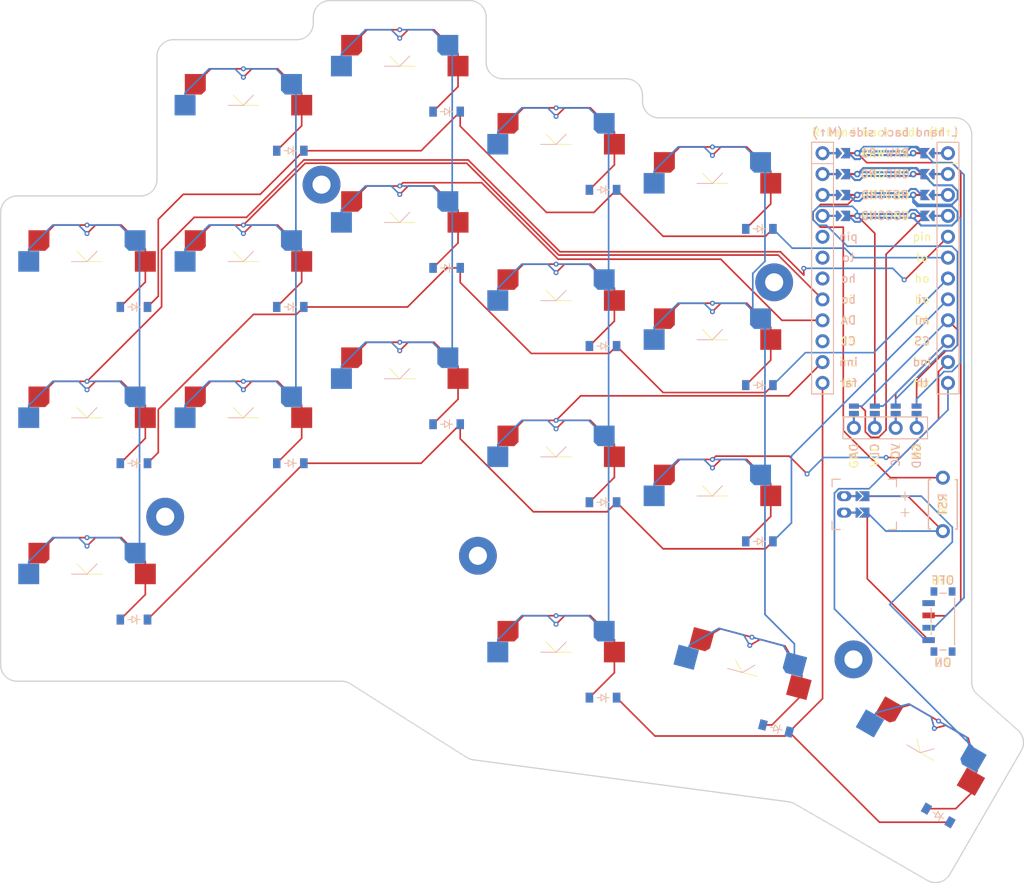
<source format=kicad_pcb>
(kicad_pcb (version 20241229) (generator "pcbnew") (generator_version "9.0")
  (layers (0 "F.Cu" signal) (2 "B.Cu" signal) (13 "F.Paste" user) (15 "B.Paste" user) (5 "F.SilkS" user "F.Silkscreen") (7 "B.SilkS" user "B.Silkscreen") (1 "F.Mask" user) (3 "B.Mask" user) (25 "Edge.Cuts" user))
  (net 0 "")
  (net 1 "pin_bo")
  (net 2 "pin")
  (net 3 "GND")
  (net 4 "pin_ho")
  (net 5 "pin_to")
  (net 6 "ri_bo")
  (net 7 "ri")
  (net 8 "ri_ho")
  (net 9 "ri_to")
  (net 10 "mi_bo")
  (net 11 "mi")
  (net 12 "mi_ho")
  (net 13 "mi_to")
  (net 14 "ind_bo")
  (net 15 "ind")
  (net 16 "ind_ho")
  (net 17 "ind_to")
  (net 18 "inn_bo")
  (net 19 "inn")
  (net 20 "inn_ho")
  (net 21 "inn_to")
  (net 22 "ind_th")
  (net 23 "inn_th")
  (net 24 "far_th")
  (net 25 "far")
  (net 26 "bo")
  (net 27 "ho")
  (net 28 "to")
  (net 29 "th")
  (net 30 "DA")
  (net 31 "CL")
  (net 32 "VCC")
  (net 33 "DISP1_1")
  (net 34 "DISP1_2")
  (net 35 "DISP1_3")
  (net 36 "DISP1_4")
  (net 37 "RAW")
  (net 38 "RST")
  (net 39 "P21")
  (net 40 "P20")
  (net 41 "P19")
  (net 42 "CS")
  (net 43 "P1")
  (net 44 "P0")
  (net 45 "MCU1_24")
  (net 46 "MCU1_1")
  (net 47 "MCU1_23")
  (net 48 "MCU1_2")
  (net 49 "MCU1_22")
  (net 50 "MCU1_3")
  (net 51 "MCU1_21")
  (net 52 "MCU1_4")
  (net 53 "BAT_P")
  (net 54 "JST1_1")
  (net 55 "JST1_2")
  (footprint "ceoloide:diode_tht_sod123" (layer "F.Cu") (at 138.4 77.15 180)
    (property "Reference" "D8" (hide yes))
    (property "Value" "")
  )
  (footprint "ceoloide:diode_tht_sod123" (layer "F.Cu") (at 119.4 81.9 180)
    (property "Reference" "D5" (hide yes))
    (property "Value" "")
  )
  (footprint "ceoloide:diode_tht_sod123" (layer "F.Cu") (at 198.136345 143.723076 150)
    (property "Reference" "D18" (hide yes))
    (property "Value" "")
  )
  (footprint "ceoloide:diode_tht_sod123" (layer "F.Cu") (at 157.4 86.65 180)
    (property "Reference" "D11" (hide yes))
    (property "Value" "")
  )
  (footprint "ceoloide:mounting_hole_npth" (layer "F.Cu") (at 142.2 112.15)
    (property "Reference" "MH5" (hide yes))
    (property "Value" "")
  )
  (footprint "ceoloide:diode_tht_sod123" (layer "F.Cu") (at 176.4 110.4 180)
    (property "Reference" "D13" (hide yes))
    (property "Value" "")
  )
  (footprint "ceoloide:diode_tht_sod123" (layer "F.Cu") (at 138.4 58.15 180)
    (property "Reference" "D9" (hide yes))
    (property "Value" "")
  )
  (footprint "ceoloide:diode_tht_sod123" (layer "F.Cu") (at 157.4 67.65 180)
    (property "Reference" "D12" (hide yes))
    (property "Value" "")
  )
  (footprint "ceoloide:mounting_hole_npth" (layer "F.Cu") (at 123.2 67.025)
    (property "Reference" "MH2" (hide yes))
    (property "Value" "")
  )
  (footprint "ceoloide:battery_connector_jst_ph_2" (layer "F.Cu") (at 186.7 105.9 90)
    (property "Reference" "JST1" (hide yes))
    (property "Value" "")
  )
  (footprint "ceoloide:mounting_hole_npth" (layer "F.Cu") (at 104.2 107.4)
    (property "Reference" "MH1" (hide yes))
    (property "Value" "")
  )
  (footprint "ceoloide:diode_tht_sod123" (layer "F.Cu") (at 157.4 129.4 180)
    (property "Reference" "D16" (hide yes))
    (property "Value" "")
  )
  (footprint "ceoloide:diode_tht_sod123" (layer "F.Cu") (at 119.4 62.9 180)
    (property "Reference" "D6" (hide yes))
    (property "Value" "")
  )
  (footprint "ceoloide:mcu_supermini_nrf52840" (layer "F.Cu") (at 191.7 75.9)
    (property "Reference" "MCU1" (hide yes))
    (property "Value" "")
  )
  (footprint "ceoloide:diode_tht_sod123" (layer "F.Cu") (at 100.4 81.9 180)
    (property "Reference" "D3" (hide yes))
    (property "Value" "")
  )
  (footprint "ceoloide:reset_switch_tht_top" (layer "F.Cu") (at 198.7 105.9 90)
    (property "Reference" "RST1" (hide yes))
    (property "Value" "")
  )
  (footprint "ceoloide:diode_tht_sod123" (layer "F.Cu") (at 176.4 72.4 180)
    (property "Reference" "D15" (hide yes))
    (property "Value" "")
  )
  (footprint "ceoloide:diode_tht_sod123" (layer "F.Cu") (at 100.4 119.9 180)
    (property "Reference" "D1" (hide yes))
    (property "Value" "")
  )
  (footprint "ceoloide:diode_tht_sod123" (layer "F.Cu") (at 178.42932 133.148046 165)
    (property "Reference" "D17" (hide yes))
    (property "Value" "")
  )
  (footprint "ceoloide:diode_tht_sod123" (layer "F.Cu") (at 100.4 100.9 180)
    (property "Reference" "D2" (hide yes))
    (property "Value" "")
  )
  (footprint "ceoloide:diode_tht_sod123" (layer "F.Cu") (at 119.4 100.9 180)
    (property "Reference" "D4" (hide yes))
    (property "Value" "")
  )
  (footprint "ceoloide:display_ssd1306" (layer "F.Cu") (at 191.7 79.9)
    (property "Reference" "DISP1" (hide yes))
    (property "Value" "")
  )
  (footprint "ceoloide:power_switch_smd_side" (layer "F.Cu") (at 198.7 120.15)
    (property "Reference" "PWR1" (hide yes))
    (property "Value" "")
  )
  (footprint "ceoloide:diode_tht_sod123" (layer "F.Cu") (at 157.4 105.65 180)
    (property "Reference" "D10" (hide yes))
    (property "Value" "")
  )
  (footprint "ceoloide:mounting_hole_npth" (layer "F.Cu") (at 187.835493 124.748144 -22.5)
    (property "Reference" "MH3" (hide yes))
    (property "Value" "")
  )
  (footprint "ceoloide:mounting_hole_npth" (layer "F.Cu") (at 178.2 78.9)
    (property "Reference" "MH4" (hide yes))
    (property "Value" "")
  )
  (footprint "ceoloide:diode_tht_sod123" (layer "F.Cu") (at 176.4 91.4 180)
    (property "Reference" "D14" (hide yes))
    (property "Value" "")
  )
  (footprint "ceoloide:diode_tht_sod123" (layer "F.Cu") (at 138.4 96.15 180)
    (property "Reference" "D7" (hide yes))
    (property "Value" "")
  )
  (footprint "ceoloide:switch_mx" (layer "B.Cu") (at 113.7 97.9)
    (property "Reference" "S4" (hide yes))
    (property "Value" "")
  )
  (footprint "ceoloide:switch_mx" (layer "B.Cu") (at 132.7 74.15)
    (property "Reference" "S8" (hide yes))
    (property "Value" "")
  )
  (footprint "ceoloide:switch_mx" (layer "B.Cu") (at 94.7 97.9)
    (property "Reference" "S2" (hide yes))
    (property "Value" "")
  )
  (footprint "ceoloide:switch_mx" (layer "B.Cu") (at 94.7 78.9)
    (property "Reference" "S3" (hide yes))
    (property "Value" "")
  )
  (footprint "ceoloide:switch_mx" (layer "B.Cu") (at 94.7 116.9)
    (property "Reference" "S1" (hide yes))
    (property "Value" "")
  )
  (footprint "ceoloide:switch_mx" (layer "B.Cu") (at 151.7 64.65)
    (property "Reference" "S12" (hide yes))
    (property "Value" "")
  )
  (footprint "ceoloide:switch_mx" (layer "B.Cu") (at 151.7 102.65)
    (property "Reference" "S10" (hide yes))
    (property "Value" "")
  )
  (footprint "ceoloide:switch_mx" (layer "B.Cu") (at 170.7 69.4)
    (property "Reference" "S15" (hide yes))
    (property "Value" "")
  )
  (footprint "ceoloide:switch_mx" (layer "B.Cu") (at 170.7 88.4)
    (property "Reference" "S14" (hide yes))
    (property "Value" "")
  )
  (footprint "ceoloide:switch_mx" (layer "B.Cu") (at 151.7 83.65)
    (property "Reference" "S11" (hide yes))
    (property "Value" "")
  )
  (footprint "ceoloide:switch_mx" (layer "B.Cu") (at 132.7 55.15)
    (property "Reference" "S9" (hide yes))
    (property "Value" "")
  )
  (footprint "ceoloide:switch_mx" (layer "B.Cu") (at 132.7 93.15)
    (property "Reference" "S7" (hide yes))
    (property "Value" "")
  )
  (footprint "ceoloide:switch_mx" (layer "B.Cu") (at 113.7 78.9)
    (property "Reference" "S5" (hide yes))
    (property "Value" "")
  )
  (footprint "ceoloide:switch_mx" (layer "B.Cu") (at 113.7 59.9)
    (property "Reference" "S6" (hide yes))
    (property "Value" "")
  )
  (footprint "ceoloide:switch_mx" (layer "B.Cu") (at 173.7 128.775 -15)
    (property "Reference" "S17" (hide yes))
    (property "Value" "")
  )
  (footprint "ceoloide:switch_mx" (layer "B.Cu") (at 151.7 126.4)
    (property "Reference" "S16" (hide yes))
    (property "Value" "")
  )
  (footprint "ceoloide:switch_mx" (layer "B.Cu") (at 170.7 107.4)
    (property "Reference" "S13" (hide yes))
    (property "Value" "")
  )
  (footprint "ceoloide:switch_mx" (layer "B.Cu") (at 194.7 138.275 -30)
    (property "Reference" "S18" (hide yes))
    (property "Value" "")
  )
  (gr_line (start 101.2 68.4) (end 86.2 68.4) (stroke (width 0.15)) (layer "Edge.Cuts"))
  (gr_line (start 86.2 127.4) (end 125.619941 127.4) (stroke (width 0.15)) (layer "Edge.Cuts"))
  (gr_line (start 143.2 52.15) (end 143.2 46.65) (stroke (width 0.15)) (layer "Edge.Cuts"))
  (gr_arc (start 84.2 70.4) (mid 84.785786 68.985786) (end 86.2 68.4) (stroke (width 0.15)) (layer "Edge.Cuts"))
  (gr_arc (start 141.2 44.65) (mid 142.614214 45.235786) (end 143.2 46.65) (stroke (width 0.15)) (layer "Edge.Cuts"))
  (gr_line (start 141.2 44.65) (end 124.2 44.65) (stroke (width 0.15)) (layer "Edge.Cuts"))
  (gr_arc (start 145.2 54.15) (mid 143.785786 53.564214) (end 143.2 52.15) (stroke (width 0.15)) (layer "Edge.Cuts"))
  (gr_line (start 126.690045 127.710362) (end 140.82918 136.665147) (stroke (width 0.15)) (layer "Edge.Cuts"))
  (gr_arc (start 103.2 51.4) (mid 103.785786 49.985786) (end 105.2 49.4) (stroke (width 0.15)) (layer "Edge.Cuts"))
  (gr_line (start 141.635088 136.957982) (end 179.964029 142.065932) (stroke (width 0.15)) (layer "Edge.Cuts"))
  (gr_arc (start 160.2 54.15) (mid 161.614214 54.735786) (end 162.2 56.15) (stroke (width 0.15)) (layer "Edge.Cuts"))
  (gr_arc (start 164.2 58.9) (mid 162.785786 58.314214) (end 162.2 56.9) (stroke (width 0.15)) (layer "Edge.Cuts"))
  (gr_line (start 180.699832 142.316355) (end 196.811216 151.618267) (stroke (width 0.15)) (layer "Edge.Cuts"))
  (gr_arc (start 200.2 58.9) (mid 201.614214 59.485786) (end 202.2 60.9) (stroke (width 0.15)) (layer "Edge.Cuts"))
  (gr_line (start 84.2 70.4) (end 84.2 125.4) (stroke (width 0.15)) (layer "Edge.Cuts"))
  (gr_line (start 200.2 58.9) (end 164.2 58.9) (stroke (width 0.15)) (layer "Edge.Cuts"))
  (gr_arc (start 207.815077 133.349193) (mid 208.46633 134.526251) (end 208.224679 135.849569) (stroke (width 0.15)) (layer "Edge.Cuts"))
  (gr_arc (start 86.2 127.4) (mid 84.785786 126.814214) (end 84.2 125.4) (stroke (width 0.15)) (layer "Edge.Cuts"))
  (gr_arc (start 122.2 47.4) (mid 121.614214 48.814214) (end 120.2 49.4) (stroke (width 0.15)) (layer "Edge.Cuts"))
  (gr_line (start 207.815077 133.349193) (end 202.877551 128.997201) (stroke (width 0.15)) (layer "Edge.Cuts"))
  (gr_line (start 103.2 51.4) (end 103.2 66.4) (stroke (width 0.15)) (layer "Edge.Cuts"))
  (gr_arc (start 202.877551 128.997201) (mid 202.377233 128.319961) (end 202.2 127.496825) (stroke (width 0.15)) (layer "Edge.Cuts"))
  (gr_arc (start 179.964029 142.065932) (mid 180.34421 142.155061) (end 180.699832 142.316355) (stroke (width 0.15)) (layer "Edge.Cuts"))
  (gr_line (start 162.2 56.9) (end 162.2 56.15) (stroke (width 0.15)) (layer "Edge.Cuts"))
  (gr_arc (start 103.2 66.4) (mid 102.614214 67.814214) (end 101.2 68.4) (stroke (width 0.15)) (layer "Edge.Cuts"))
  (gr_line (start 202.2 127.496825) (end 202.2 60.9) (stroke (width 0.15)) (layer "Edge.Cuts"))
  (gr_line (start 120.2 49.4) (end 105.2 49.4) (stroke (width 0.15)) (layer "Edge.Cuts"))
  (gr_line (start 160.2 54.15) (end 145.2 54.15) (stroke (width 0.15)) (layer "Edge.Cuts"))
  (gr_line (start 122.2 46.65) (end 122.2 47.4) (stroke (width 0.15)) (layer "Edge.Cuts"))
  (gr_arc (start 122.2 46.65) (mid 122.785786 45.235786) (end 124.2 44.65) (stroke (width 0.15)) (layer "Edge.Cuts"))
  (gr_arc (start 141.635088 136.957982) (mid 141.216257 136.855259) (end 140.82918 136.665147) (stroke (width 0.15)) (layer "Edge.Cuts"))
  (gr_arc (start 125.619941 127.4) (mid 126.177038 127.479167) (end 126.690045 127.710362) (stroke (width 0.15)) (layer "Edge.Cuts"))
  (gr_arc (start 199.543267 150.886216) (mid 198.328852 151.818071) (end 196.811216 151.618267) (stroke (width 0.15)) (layer "Edge.Cuts"))
  (gr_line (start 199.543267 150.886216) (end 208.224679 135.849569) (stroke (width 0.15)) (layer "Edge.Cuts"))
  (segment (start 98.866 109.941) (end 101.785 112.86) (width 0.2) (layer "F.Cu") (net 1))
  (segment (start 101.785 116.865) (end 101.785 114.36) (width 0.2) (layer "F.Cu") (net 1))
  (segment (start 98.75 119.9) (end 101.785 116.865) (width 0.2) (layer "F.Cu") (net 1))
  (segment (start 101.785 112.86) (end 101.785 114.36) (width 0.2) (layer "F.Cu") (net 1))
  (segment (start 94.7 110.97) (end 95.729 109.941) (width 0.2) (layer "F.Cu") (net 1))
  (segment (start 95.729 109.941) (end 98.866 109.941) (width 0.2) (layer "F.Cu") (net 1))
  (via (at 94.7 110.97) (size 0.6) (drill 0.3) (layers "F.Cu" "B.Cu") (net 1))
  (segment (start 93.671 109.941) (end 94.7 110.97) (width 0.2) (layer "B.Cu") (net 1))
  (segment (start 87.615 114.36) (end 87.615 112.86) (width 0.2) (layer "B.Cu") (net 1))
  (segment (start 87.615 112.86) (end 90.534 109.941) (width 0.2) (layer "B.Cu") (net 1))
  (segment (start 90.534 109.941) (end 93.671 109.941) (width 0.2) (layer "B.Cu") (net 1))
  (segment (start 152.179121 75.185978) (end 141.016143 64.023) (width 0.2) (layer "F.Cu") (net 2))
  (segment (start 88.858 92.82) (end 90.737 90.941) (width 0.2) (layer "F.Cu") (net 2))
  (segment (start 114.0739 71) (end 107.727322 71) (width 0.2) (layer "F.Cu") (net 2))
  (segment (start 88.858 73.82) (end 90.737 71.941) (width 0.2) (layer "F.Cu") (net 2))
  (segment (start 199.32 73.36) (end 194.08 78.6) (width 0.2) (layer "F.Cu") (net 2))
  (segment (start 107.727322 71) (end 103.762 74.965322) (width 0.2) (layer "F.Cu") (net 2))
  (segment (start 194.08 78.6) (end 194 78.6) (width 0.2) (layer "F.Cu") (net 2))
  (segment (start 90.737 71.941) (end 94.7 71.941) (width 0.2) (layer "F.Cu") (net 2))
  (segment (start 90.737 90.941) (end 94.7 90.941) (width 0.2) (layer "F.Cu") (net 2))
  (segment (start 90.737 109.941) (end 94.7 109.941) (width 0.2) (layer "F.Cu") (net 2))
  (segment (start 121.0509 64.023) (end 114.0739 71) (width 0.2) (layer "F.Cu") (net 2))
  (segment (start 103.762 74.965322) (end 103.762 81.879) (width 0.2) (layer "F.Cu") (net 2))
  (segment (start 178.960218 75.185978) (end 152.179121 75.185978) (width 0.2) (layer "F.Cu") (net 2))
  (segment (start 88.858 111.82) (end 90.737 109.941) (width 0.2) (layer "F.Cu") (net 2))
  (segment (start 181.8 77.2) (end 181.8 78.02576) (width 0.2) (layer "F.Cu") (net 2))
  (segment (start 103.762 81.879) (end 94.7 90.941) (width 0.2) (layer "F.Cu") (net 2))
  (segment (start 181.8 78.02576) (end 178.960218 75.185978) (width 0.2) (layer "F.Cu") (net 2))
  (segment (start 141.016143 64.023) (end 121.0509 64.023) (width 0.2) (layer "F.Cu") (net 2))
  (via (at 181.8 77.2) (size 0.6) (drill 0.3) (layers "F.Cu" "B.Cu") (net 2))
  (via (at 194 78.6) (size 0.6) (drill 0.3) (layers "F.Cu" "B.Cu") (net 2))
  (via (at 94.7 90.941) (size 0.6) (drill 0.3) (layers "F.Cu" "B.Cu") (net 2))
  (via (at 94.7 109.941) (size 0.6) (drill 0.3) (layers "F.Cu" "B.Cu") (net 2))
  (via (at 94.7 71.941) (size 0.6) (drill 0.3) (layers "F.Cu" "B.Cu") (net 2))
  (segment (start 100.542 73.82) (end 101.081 74.359) (width 0.2) (layer "B.Cu") (net 2))
  (segment (start 101.081 92.281) (end 100.542 92.82) (width 0.2) (layer "B.Cu") (net 2))
  (segment (start 101.081 93.359) (end 101.081 111.281) (width 0.2) (layer "B.Cu") (net 2))
  (segment (start 98.663 71.941) (end 100.542 73.82) (width 0.2) (layer "B.Cu") (net 2))
  (segment (start 101.081 74.359) (end 101.081 92.281) (width 0.2) (layer "B.Cu") (net 2))
  (segment (start 101.081 111.281) (end 100.542 111.82) (width 0.2) (layer "B.Cu") (net 2))
  (segment (start 98.663 109.941) (end 100.542 111.82) (width 0.2) (layer "B.Cu") (net 2))
  (segment (start 100.542 92.82) (end 101.081 93.359) (width 0.2) (layer "B.Cu") (net 2))
  (segment (start 192.6 77.2) (end 181.8 77.2) (width 0.2) (layer "B.Cu") (net 2))
  (segment (start 194 78.6) (end 192.6 77.2) (width 0.2) (layer "B.Cu") (net 2))
  (segment (start 94.7 90.941) (end 98.663 90.9405) (width 0.2) (layer "B.Cu") (net 2))
  (segment (start 98.663 90.941) (end 100.542 92.82) (width 0.2) (layer "B.Cu") (net 2))
  (segment (start 94.7 71.941) (end 98.663 71.9405) (width 0.2) (layer "B.Cu") (net 2))
  (segment (start 94.7 109.941) (end 98.663 109.9405) (width 0.2) (layer "B.Cu") (net 2))
  (segment (start 188.69 93.95) (end 189.279 94.539) (width 0.2) (layer "F.Cu") (net 3))
  (segment (start 196.475 70.82) (end 195.1 70.82) (width 0.25) (layer "F.Cu") (net 3))
  (segment (start 191.8 75.495) (end 196.475 70.82) (width 0.2) (layer "F.Cu") (net 3))
  (segment (start 189.95324 97.751) (end 190.90676 97.751) (width 0.2) (layer "F.Cu") (net 3))
  (segment (start 189.279 97.07676) (end 189.95324 97.751) (width 0.2) (layer "F.Cu") (net 3))
  (segment (start 187.89 93.95) (end 188.69 93.95) (width 0.2) (layer "F.Cu") (net 3))
  (segment (start 186.925 65.74) (end 188.3 65.74) (width 0.25) (layer "F.Cu") (net 3))
  (segment (start 198.7 109.15) (end 194.45 104.9) (width 0.2) (layer "F.Cu") (net 3))
  (segment (start 194.45 104.9) (end 189.516 104.9) (width 0.2) (layer "F.Cu") (net 3))
  (segment (start 196.475 68.28) (end 195.1 68.28) (width 0.25) (layer "F.Cu") (net 3))
  (segment (start 189.279 94.539) (end 189.279 97.07676) (width 0.2) (layer "F.Cu") (net 3))
  (segment (start 190.90676 97.751) (end 191.8 96.85776) (width 0.2) (layer "F.Cu") (net 3))
  (segment (start 191.8 96.85776) (end 191.8 75.495) (width 0.2) (layer "F.Cu") (net 3))
  (segment (start 189.516 106.9) (end 191.766 109.15) (width 0.2) (layer "B.Cu") (net 3))
  (segment (start 186.925 68.28) (end 187.274695 68.28) (width 0.25) (layer "B.Cu") (net 3))
  (segment (start 195.527106 65.014) (end 197.617106 67.104) (width 0.25) (layer "B.Cu") (net 3))
  (segment (start 187.274695 68.28) (end 187.999695 69.005) (width 0.25) (layer "B.Cu") (net 3))
  (segment (start 195.1 71.038106) (end 195.1 70.82) (width 0.25) (layer "B.Cu") (net 3))
  (segment (start 189.095305 68.51) (end 194.87 68.51) (width 0.25) (layer "B.Cu") (net 3))
  (segment (start 200.496 67.792884) (end 200.496 68.767116) (width 0.25) (layer "B.Cu") (net 3))
  (segment (start 195.400305 65.015) (end 194.799695 65.015) (width 0.25) (layer "B.Cu") (net 3))
  (segment (start 200.496 71.307116) (end 199.803116 72) (width 0.25) (layer "B.Cu") (net 3))
  (segment (start 196.061894 72) (end 195.1 71.038106) (width 0.25) (layer "B.Cu") (net 3))
  (segment (start 195.1 68.28) (end 195.1 69.156886) (width 0.25) (layer "B.Cu") (net 3))
  (segment (start 188.3 65.74) (end 189.026 65.014) (width 0.25) (layer "B.Cu") (net 3))
  (segment (start 195.1 68.845685) (end 195.1 68.28) (width 0.25) (layer "B.Cu") (net 3))
  (segment (start 191.766 109.15) (end 198.7 109.15) (width 0.2) (layer "B.Cu") (net 3))
  (segment (start 195.51 93.08424) (end 198.84324 89.751) (width 0.2) (layer "B.Cu") (net 3))
  (segment (start 188.600305 69.005) (end 189.095305 68.51) (width 0.25) (layer "B.Cu") (net 3))
  (segment (start 187.274695 70.82) (end 187.999695 71.545) (width 0.25) (layer "B.Cu") (net 3))
  (segment (start 196.475 65.74) (end 196.125305 65.74) (width 0.25) (layer "B.Cu") (net 3))
  (segment (start 189.095305 71.05) (end 194.87 71.05) (width 0.25) (layer "B.Cu") (net 3))
  (segment (start 189.026 65.014) (end 195.527106 65.014) (width 0.25) (layer "B.Cu") (net 3))
  (segment (start 200.496 70.332884) (end 200.496 70.8) (width 0.25) (layer "B.Cu") (net 3))
  (segment (start 200.496 70.8) (end 200.496 71.307116) (width 0.25) (layer "B.Cu") (net 3))
  (segment (start 187.999695 69.005) (end 188.600305 69.005) (width 0.25) (layer "B.Cu") (net 3))
  (segment (start 188.600305 71.545) (end 189.095305 71.05) (width 0.25) (layer "B.Cu") (net 3))
  (segment (start 194.294695 65.52) (end 188.52 65.52) (width 0.25) (layer "B.Cu") (net 3))
  (segment (start 199.79676 89.751) (end 200.872 88.67576) (width 0.2) (layer "B.Cu") (net 3))
  (segment (start 200.496 68.767116) (end 199.807116 69.456) (width 0.25) (layer "B.Cu") (net 3))
  (segment (start 198.84324 89.751) (end 199.79676 89.751) (width 0.2) (layer "B.Cu") (net 3))
  (segment (start 196.125305 65.74) (end 195.400305 65.015) (width 0.25) (layer "B.Cu") (net 3))
  (segment (start 199.807116 69.456) (end 195.710315 69.456) (width 0.25) (layer "B.Cu") (net 3))
  (segment (start 194.799695 65.015) (end 194.294695 65.52) (width 0.25) (layer "B.Cu") (net 3))
  (segment (start 197.617106 67.104) (end 199.807116 67.104) (width 0.25) (layer "B.Cu") (net 3))
  (segment (start 195.587114 69.644) (end 199.807116 69.644) (width 0.25) (layer "B.Cu") (net 3))
  (segment (start 195.1 69.156886) (end 195.587114 69.644) (width 0.25) (layer "B.Cu") (net 3))
  (segment (start 199.807116 67.104) (end 200.496 67.792884) (width 0.25) (layer "B.Cu") (net 3))
  (segment (start 187.999695 71.545) (end 188.600305 71.545) (width 0.25) (layer "B.Cu") (net 3))
  (segment (start 199.807116 69.644) (end 200.496 70.332884) (width 0.25) (layer "B.Cu") (net 3))
  (segment (start 200.872 88.67576) (end 200.872 71.176) (width 0.2) (layer "B.Cu") (net 3))
  (segment (start 199.803116 72) (end 196.061894 72) (width 0.25) (layer "B.Cu") (net 3))
  (segment (start 186.925 70.82) (end 187.274695 70.82) (width 0.25) (layer "B.Cu") (net 3))
  (segment (start 200.872 71.176) (end 200.496 70.8) (width 0.2) (layer "B.Cu") (net 3))
  (segment (start 195.51 93.95) (end 195.51 93.08424) (width 0.2) (layer "B.Cu") (net 3))
  (segment (start 195.710315 69.456) (end 195.1 68.845685) (width 0.25) (layer "B.Cu") (net 3))
  (segment (start 101.785 93.86) (end 101.785 95.36) (width 0.2) (layer "F.Cu") (net 4))
  (segment (start 98.866 90.941) (end 101.785 93.86) (width 0.2) (layer "F.Cu") (net 4))
  (segment (start 98.75 100.9) (end 101.785 97.865) (width 0.2) (layer "F.Cu") (net 4))
  (segment (start 101.785 97.865) (end 101.785 95.36) (width 0.2) (layer "F.Cu") (net 4))
  (segment (start 94.7 91.97) (end 95.729 90.941) (width 0.2) (layer "F.Cu") (net 4))
  (segment (start 95.729 90.941) (end 98.866 90.941) (width 0.2) (layer "F.Cu") (net 4))
  (via (at 94.7 91.97) (size 0.6) (drill 0.3) (layers "F.Cu" "B.Cu") (net 4))
  (segment (start 87.615 93.86) (end 90.534 90.941) (width 0.2) (layer "B.Cu") (net 4))
  (segment (start 93.671 90.941) (end 94.7 91.97) (width 0.2) (layer "B.Cu") (net 4))
  (segment (start 87.615 95.36) (end 87.615 93.86) (width 0.2) (layer "B.Cu") (net 4))
  (segment (start 90.534 90.941) (end 93.671 90.941) (width 0.2) (layer "B.Cu") (net 4))
  (segment (start 98.75 81.9) (end 101.785 78.865) (width 0.2) (layer "F.Cu") (net 5))
  (segment (start 94.7 72.97) (end 95.729 71.941) (width 0.2) (layer "F.Cu") (net 5))
  (segment (start 101.785 74.86) (end 101.785 76.36) (width 0.2) (layer "F.Cu") (net 5))
  (segment (start 101.785 78.865) (end 101.785 76.36) (width 0.2) (layer "F.Cu") (net 5))
  (segment (start 95.729 71.941) (end 98.866 71.941) (width 0.2) (layer "F.Cu") (net 5))
  (segment (start 98.866 71.941) (end 101.785 74.86) (width 0.2) (layer "F.Cu") (net 5))
  (via (at 94.7 72.97) (size 0.6) (drill 0.3) (layers "F.Cu" "B.Cu") (net 5))
  (segment (start 90.534 71.941) (end 93.671 71.941) (width 0.2) (layer "B.Cu") (net 5))
  (segment (start 87.615 76.36) (end 87.615 74.86) (width 0.2) (layer "B.Cu") (net 5))
  (segment (start 93.671 71.941) (end 94.7 72.97) (width 0.2) (layer "B.Cu") (net 5))
  (segment (start 87.615 74.86) (end 90.534 71.941) (width 0.2) (layer "B.Cu") (net 5))
  (segment (start 114.729 90.941) (end 117.866 90.941) (width 0.2) (layer "F.Cu") (net 6))
  (segment (start 120.785 93.86) (end 120.785 95.36) (width 0.2) (layer "F.Cu") (net 6))
  (segment (start 113.7 91.97) (end 114.729 90.941) (width 0.2) (layer "F.Cu") (net 6))
  (segment (start 117.866 90.941) (end 120.785 93.86) (width 0.2) (layer "F.Cu") (net 6))
  (segment (start 120.785 97.865) (end 120.785 95.36) (width 0.2) (layer "F.Cu") (net 6))
  (segment (start 117.75 100.9) (end 120.785 97.865) (width 0.2) (layer "F.Cu") (net 6))
  (via (at 113.7 91.97) (size 0.6) (drill 0.3) (layers "F.Cu" "B.Cu") (net 6))
  (segment (start 106.615 93.86) (end 109.534 90.941) (width 0.2) (layer "B.Cu") (net 6))
  (segment (start 106.615 95.36) (end 106.615 93.86) (width 0.2) (layer "B.Cu") (net 6))
  (segment (start 112.671 90.941) (end 113.7 91.97) (width 0.2) (layer "B.Cu") (net 6))
  (segment (start 109.534 90.941) (end 112.671 90.941) (width 0.2) (layer "B.Cu") (net 6))
  (segment (start 184.08 80.98) (end 178.686978 75.586978) (width 0.2) (layer "F.Cu") (net 7))
  (segment (start 152.013021 75.586978) (end 140.850043 64.424) (width 0.2) (layer "F.Cu") (net 7))
  (segment (start 109.737 71.941) (end 113.7 71.941) (width 0.2) (layer "F.Cu") (net 7))
  (segment (start 107.858 92.82) (end 109.737 90.941) (width 0.2) (layer "F.Cu") (net 7))
  (segment (start 109.737 52.941) (end 113.7 52.941) (width 0.2) (layer "F.Cu") (net 7))
  (segment (start 121.217 64.424) (end 113.7 71.941) (width 0.2) (layer "F.Cu") (net 7))
  (segment (start 107.858 54.82) (end 109.737 52.941) (width 0.2) (layer "F.Cu") (net 7))
  (segment (start 109.737 90.941) (end 113.7 90.941) (width 0.2) (layer "F.Cu") (net 7))
  (segment (start 107.858 73.82) (end 109.737 71.941) (width 0.2) (layer "F.Cu") (net 7))
  (segment (start 178.686978 75.586978) (end 152.013021 75.586978) (width 0.2) (layer "F.Cu") (net 7))
  (segment (start 140.850043 64.424) (end 121.217 64.424) (width 0.2) (layer "F.Cu") (net 7))
  (via (at 113.7 71.941) (size 0.6) (drill 0.3) (layers "F.Cu" "B.Cu") (net 7))
  (via (at 113.7 52.941) (size 0.6) (drill 0.3) (layers "F.Cu" "B.Cu") (net 7))
  (via (at 113.7 90.941) (size 0.6) (drill 0.3) (layers "F.Cu" "B.Cu") (net 7))
  (segment (start 117.663 90.941) (end 119.542 92.82) (width 0.2) (layer "B.Cu") (net 7))
  (segment (start 113.7 71.941) (end 117.663 71.9405) (width 0.2) (layer "B.Cu") (net 7))
  (segment (start 113.7 90.941) (end 117.663 90.9405) (width 0.2) (layer "B.Cu") (net 7))
  (segment (start 120.081 74.359) (end 119.542 73.82) (width 0.2) (layer "B.Cu") (net 7))
  (segment (start 117.663 71.941) (end 119.542 73.82) (width 0.2) (layer "B.Cu") (net 7))
  (segment (start 119.542 73.82) (end 120.081 73.281) (width 0.2) (layer "B.Cu") (net 7))
  (segment (start 120.081 73.281) (end 120.081 55.359) (width 0.2) (layer "B.Cu") (net 7))
  (segment (start 119.542 92.82) (end 120.081 92.281) (width 0.2) (layer "B.Cu") (net 7))
  (segment (start 113.7 52.941) (end 117.663 52.9405) (width 0.2) (layer "B.Cu") (net 7))
  (segment (start 120.081 55.359) (end 119.542 54.82) (width 0.2) (layer "B.Cu") (net 7))
  (segment (start 120.081 92.281) (end 120.081 74.359) (width 0.2) (layer "B.Cu") (net 7))
  (segment (start 117.663 52.941) (end 119.542 54.82) (width 0.2) (layer "B.Cu") (net 7))
  (segment (start 120.785 78.865) (end 120.785 76.36) (width 0.2) (layer "F.Cu") (net 8))
  (segment (start 120.785 74.86) (end 120.785 76.36) (width 0.2) (layer "F.Cu") (net 8))
  (segment (start 114.729 71.941) (end 117.866 71.941) (width 0.2) (layer "F.Cu") (net 8))
  (segment (start 117.75 81.9) (end 120.785 78.865) (width 0.2) (layer "F.Cu") (net 8))
  (segment (start 113.7 72.97) (end 114.729 71.941) (width 0.2) (layer "F.Cu") (net 8))
  (segment (start 117.866 71.941) (end 120.785 74.86) (width 0.2) (layer "F.Cu") (net 8))
  (via (at 113.7 72.97) (size 0.6) (drill 0.3) (layers "F.Cu" "B.Cu") (net 8))
  (segment (start 109.534 71.941) (end 112.671 71.941) (width 0.2) (layer "B.Cu") (net 8))
  (segment (start 106.615 74.86) (end 109.534 71.941) (width 0.2) (layer "B.Cu") (net 8))
  (segment (start 106.615 76.36) (end 106.615 74.86) (width 0.2) (layer "B.Cu") (net 8))
  (segment (start 112.671 71.941) (end 113.7 72.97) (width 0.2) (layer "B.Cu") (net 8))
  (segment (start 120.785 55.86) (end 120.785 57.36) (width 0.2) (layer "F.Cu") (net 9))
  (segment (start 114.729 52.941) (end 117.866 52.941) (width 0.2) (layer "F.Cu") (net 9))
  (segment (start 120.785 59.865) (end 120.785 57.36) (width 0.2) (layer "F.Cu") (net 9))
  (segment (start 113.7 53.97) (end 114.729 52.941) (width 0.2) (layer "F.Cu") (net 9))
  (segment (start 117.75 62.9) (end 120.785 59.865) (width 0.2) (layer "F.Cu") (net 9))
  (segment (start 117.866 52.941) (end 120.785 55.86) (width 0.2) (layer "F.Cu") (net 9))
  (via (at 113.7 53.97) (size 0.6) (drill 0.3) (layers "F.Cu" "B.Cu") (net 9))
  (segment (start 109.534 52.941) (end 112.671 52.941) (width 0.2) (layer "B.Cu") (net 9))
  (segment (start 106.615 55.86) (end 109.534 52.941) (width 0.2) (layer "B.Cu") (net 9))
  (segment (start 112.671 52.941) (end 113.7 53.97) (width 0.2) (layer "B.Cu") (net 9))
  (segment (start 106.615 57.36) (end 106.615 55.86) (width 0.2) (layer "B.Cu") (net 9))
  (segment (start 139.785 89.11) (end 139.785 90.61) (width 0.2) (layer "F.Cu") (net 10))
  (segment (start 136.866 86.191) (end 139.785 89.11) (width 0.2) (layer "F.Cu") (net 10))
  (segment (start 132.7 87.22) (end 133.729 86.191) (width 0.2) (layer "F.Cu") (net 10))
  (segment (start 139.785 93.115) (end 139.785 90.61) (width 0.2) (layer "F.Cu") (net 10))
  (segment (start 133.729 86.191) (end 136.866 86.191) (width 0.2) (layer "F.Cu") (net 10))
  (segment (start 136.75 96.15) (end 139.785 93.115) (width 0.2) (layer "F.Cu") (net 10))
  (via (at 132.7 87.22) (size 0.6) (drill 0.3) (layers "F.Cu" "B.Cu") (net 10))
  (segment (start 131.671 86.191) (end 132.7 87.22) (width 0.2) (layer "B.Cu") (net 10))
  (segment (start 128.534 86.191) (end 131.671 86.191) (width 0.2) (layer "B.Cu") (net 10))
  (segment (start 125.615 89.11) (end 128.534 86.191) (width 0.2) (layer "B.Cu") (net 10))
  (segment (start 125.615 90.61) (end 125.615 89.11) (width 0.2) (layer "B.Cu") (net 10))
  (segment (start 133.101 66.79) (end 132.7 67.191) (width 0.2) (layer "F.Cu") (net 11))
  (segment (start 179.14163 83.52) (end 171.71163 76.09) (width 0.2) (layer "F.Cu") (net 11))
  (segment (start 151.948943 76.09) (end 142.648943 66.79) (width 0.2) (layer "F.Cu") (net 11))
  (segment (start 126.858 69.07) (end 128.737 67.191) (width 0.2) (layer "F.Cu") (net 11))
  (segment (start 126.858 50.07) (end 128.737 48.191) (width 0.2) (layer "F.Cu") (net 11))
  (segment (start 171.71163 76.09) (end 151.948943 76.09) (width 0.2) (layer "F.Cu") (net 11))
  (segment (start 128.737 48.191) (end 132.7 48.191) (width 0.2) (layer "F.Cu") (net 11))
  (segment (start 142.648943 66.79) (end 133.101 66.79) (width 0.2) (layer "F.Cu") (net 11))
  (segment (start 128.737 67.191) (end 132.7 67.191) (width 0.2) (layer "F.Cu") (net 11))
  (segment (start 184.08 83.52) (end 179.14163 83.52) (width 0.2) (layer "F.Cu") (net 11))
  (segment (start 128.737 86.191) (end 132.7 86.191) (width 0.2) (layer "F.Cu") (net 11))
  (segment (start 126.858 88.07) (end 128.737 86.191) (width 0.2) (layer "F.Cu") (net 11))
  (via (at 132.7 48.191) (size 0.6) (drill 0.3) (layers "F.Cu" "B.Cu") (net 11))
  (via (at 132.7 86.191) (size 0.6) (drill 0.3) (layers "F.Cu" "B.Cu") (net 11))
  (via (at 132.7 67.191) (size 0.6) (drill 0.3) (layers "F.Cu" "B.Cu") (net 11))
  (segment (start 132.7 48.191) (end 136.663 48.1905) (width 0.2) (layer "B.Cu") (net 11))
  (segment (start 139.081 68.531) (end 138.542 69.07) (width 0.2) (layer "B.Cu") (net 11))
  (segment (start 139.081 50.609) (end 139.081 68.531) (width 0.2) (layer "B.Cu") (net 11))
  (segment (start 136.663 67.191) (end 138.542 69.07) (width 0.2) (layer "B.Cu") (net 11))
  (segment (start 132.7 67.191) (end 136.663 67.1905) (width 0.2) (layer "B.Cu") (net 11))
  (segment (start 132.7 86.191) (end 136.663 86.1905) (width 0.2) (layer "B.Cu") (net 11))
  (segment (start 139.081 87.531) (end 138.542 88.07) (width 0.2) (layer "B.Cu") (net 11))
  (segment (start 136.663 48.191) (end 138.542 50.07) (width 0.2) (layer "B.Cu") (net 11))
  (segment (start 139.081 69.609) (end 139.081 87.531) (width 0.2) (layer "B.Cu") (net 11))
  (segment (start 136.663 86.191) (end 138.542 88.07) (width 0.2) (layer "B.Cu") (net 11))
  (segment (start 138.542 50.07) (end 139.081 50.609) (width 0.2) (layer "B.Cu") (net 11))
  (segment (start 138.542 69.07) (end 139.081 69.609) (width 0.2) (layer "B.Cu") (net 11))
  (segment (start 133.729 67.191) (end 136.866 67.191) (width 0.2) (layer "F.Cu") (net 12))
  (segment (start 139.785 74.115) (end 139.785 71.61) (width 0.2) (layer "F.Cu") (net 12))
  (segment (start 139.785 70.11) (end 139.785 71.61) (width 0.2) (layer "F.Cu") (net 12))
  (segment (start 136.866 67.191) (end 139.785 70.11) (width 0.2) (layer "F.Cu") (net 12))
  (segment (start 136.75 77.15) (end 139.785 74.115) (width 0.2) (layer "F.Cu") (net 12))
  (segment (start 132.7 68.22) (end 133.729 67.191) (width 0.2) (layer "F.Cu") (net 12))
  (via (at 132.7 68.22) (size 0.6) (drill 0.3) (layers "F.Cu" "B.Cu") (net 12))
  (segment (start 128.534 67.191) (end 131.671 67.191) (width 0.2) (layer "B.Cu") (net 12))
  (segment (start 125.615 70.11) (end 128.534 67.191) (width 0.2) (layer "B.Cu") (net 12))
  (segment (start 131.671 67.191) (end 132.7 68.22) (width 0.2) (layer "B.Cu") (net 12))
  (segment (start 125.615 71.61) (end 125.615 70.11) (width 0.2) (layer "B.Cu") (net 12))
  (segment (start 136.866 48.191) (end 139.785 51.11) (width 0.2) (layer "F.Cu") (net 13))
  (segment (start 132.7 49.22) (end 133.729 48.191) (width 0.2) (layer "F.Cu") (net 13))
  (segment (start 139.785 51.11) (end 139.785 52.61) (width 0.2) (layer "F.Cu") (net 13))
  (segment (start 133.729 48.191) (end 136.866 48.191) (width 0.2) (layer "F.Cu") (net 13))
  (segment (start 136.75 58.15) (end 139.785 55.115) (width 0.2) (layer "F.Cu") (net 13))
  (segment (start 139.785 55.115) (end 139.785 52.61) (width 0.2) (layer "F.Cu") (net 13))
  (via (at 132.7 49.22) (size 0.6) (drill 0.3) (layers "F.Cu" "B.Cu") (net 13))
  (segment (start 125.615 51.11) (end 128.534 48.191) (width 0.2) (layer "B.Cu") (net 13))
  (segment (start 131.671 48.191) (end 132.7 49.22) (width 0.2) (layer "B.Cu") (net 13))
  (segment (start 125.615 52.61) (end 125.615 51.11) (width 0.2) (layer "B.Cu") (net 13))
  (segment (start 128.534 48.191) (end 131.671 48.191) (width 0.2) (layer "B.Cu") (net 13))
  (segment (start 152.729 95.691) (end 155.866 95.691) (width 0.2) (layer "F.Cu") (net 14))
  (segment (start 155.75 105.65) (end 158.785 102.615) (width 0.2) (layer "F.Cu") (net 14))
  (segment (start 151.7 96.72) (end 152.729 95.691) (width 0.2) (layer "F.Cu") (net 14))
  (segment (start 155.866 95.691) (end 158.785 98.61) (width 0.2) (layer "F.Cu") (net 14))
  (segment (start 158.785 98.61) (end 158.785 100.11) (width 0.2) (layer "F.Cu") (net 14))
  (segment (start 158.785 102.615) (end 158.785 100.11) (width 0.2) (layer "F.Cu") (net 14))
  (via (at 151.7 96.72) (size 0.6) (drill 0.3) (layers "F.Cu" "B.Cu") (net 14))
  (segment (start 144.615 100.11) (end 144.615 98.61) (width 0.2) (layer "B.Cu") (net 14))
  (segment (start 147.534 95.691) (end 150.671 95.691) (width 0.2) (layer "B.Cu") (net 14))
  (segment (start 144.615 98.61) (end 147.534 95.691) (width 0.2) (layer "B.Cu") (net 14))
  (segment (start 150.671 95.691) (end 151.7 96.72) (width 0.2) (layer "B.Cu") (net 14))
  (segment (start 147.737 57.691) (end 151.7 57.691) (width 0.2) (layer "F.Cu") (net 15))
  (segment (start 147.737 76.691) (end 151.7 76.691) (width 0.2) (layer "F.Cu") (net 15))
  (segment (start 184.08 88.6) (end 179.978 92.702) (width 0.2) (layer "F.Cu") (net 15))
  (segment (start 147.737 119.441) (end 151.7 119.441) (width 0.2) (layer "F.Cu") (net 15))
  (segment (start 154.689 92.702) (end 151.7 95.691) (width 0.2) (layer "F.Cu") (net 15))
  (segment (start 179.978 92.702) (end 154.689 92.702) (width 0.2) (layer "F.Cu") (net 15))
  (segment (start 145.858 59.57) (end 147.737 57.691) (width 0.2) (layer "F.Cu") (net 15))
  (segment (start 145.858 121.32) (end 147.737 119.441) (width 0.2) (layer "F.Cu") (net 15))
  (segment (start 145.858 97.57) (end 147.737 95.691) (width 0.2) (layer "F.Cu") (net 15))
  (segment (start 145.858 78.57) (end 147.737 76.691) (width 0.2) (layer "F.Cu") (net 15))
  (segment (start 147.737 95.691) (end 151.7 95.691) (width 0.2) (layer "F.Cu") (net 15))
  (via (at 151.7 57.691) (size 0.6) (drill 0.3) (layers "F.Cu" "B.Cu") (net 15))
  (via (at 151.7 76.691) (size 0.6) (drill 0.3) (layers "F.Cu" "B.Cu") (net 15))
  (via (at 151.7 119.441) (size 0.6) (drill 0.3) (layers "F.Cu" "B.Cu") (net 15))
  (via (at 151.7 95.691) (size 0.6) (drill 0.3) (layers "F.Cu" "B.Cu") (net 15))
  (segment (start 158.081 97.031) (end 158.081 79.109) (width 0.2) (layer "B.Cu") (net 15))
  (segment (start 151.7 76.691) (end 155.663 76.6905) (width 0.2) (layer "B.Cu") (net 15))
  (segment (start 151.7 119.441) (end 155.663 119.4405) (width 0.2) (layer "B.Cu") (net 15))
  (segment (start 157.542 97.57) (end 158.081 97.031) (width 0.2) (layer "B.Cu") (net 15))
  (segment (start 158.081 78.031) (end 158.081 60.109) (width 0.2) (layer "B.Cu") (net 15))
  (segment (start 158.081 60.109) (end 157.542 59.57) (width 0.2) (layer "B.Cu") (net 15))
  (segment (start 151.7 95.691) (end 155.663 95.6905) (width 0.2) (layer "B.Cu") (net 15))
  (segment (start 158.081 98.109) (end 157.542 97.57) (width 0.2) (layer "B.Cu") (net 15))
  (segment (start 155.663 57.691) (end 157.542 59.57) (width 0.2) (layer "B.Cu") (net 15))
  (segment (start 155.663 119.441) (end 157.542 121.32) (width 0.2) (layer "B.Cu") (net 15))
  (segment (start 158.081 79.109) (end 157.542 78.57) (width 0.2) (layer "B.Cu") (net 15))
  (segment (start 158.081 120.781) (end 158.081 98.109) (width 0.2) (layer "B.Cu") (net 15))
  (segment (start 155.663 76.691) (end 157.542 78.57) (width 0.2) (layer "B.Cu") (net 15))
  (segment (start 151.7 57.691) (end 155.663 57.6905) (width 0.2) (layer "B.Cu") (net 15))
  (segment (start 157.542 78.57) (end 158.081 78.031) (width 0.2) (layer "B.Cu") (net 15))
  (segment (start 157.542 121.32) (end 158.081 120.781) (width 0.2) (layer "B.Cu") (net 15))
  (segment (start 155.663 95.691) (end 157.542 97.57) (width 0.2) (layer "B.Cu") (net 15))
  (segment (start 152.729 76.691) (end 155.866 76.691) (width 0.2) (layer "F.Cu") (net 16))
  (segment (start 158.785 83.615) (end 158.785 81.11) (width 0.2) (layer "F.Cu") (net 16))
  (segment (start 155.866 76.691) (end 158.785 79.61) (width 0.2) (layer "F.Cu") (net 16))
  (segment (start 158.785 79.61) (end 158.785 81.11) (width 0.2) (layer "F.Cu") (net 16))
  (segment (start 151.7 77.72) (end 152.729 76.691) (width 0.2) (layer "F.Cu") (net 16))
  (segment (start 155.75 86.65) (end 158.785 83.615) (width 0.2) (layer "F.Cu") (net 16))
  (via (at 151.7 77.72) (size 0.6) (drill 0.3) (layers "F.Cu" "B.Cu") (net 16))
  (segment (start 150.671 76.691) (end 151.7 77.72) (width 0.2) (layer "B.Cu") (net 16))
  (segment (start 147.534 76.691) (end 150.671 76.691) (width 0.2) (layer "B.Cu") (net 16))
  (segment (start 144.615 79.61) (end 147.534 76.691) (width 0.2) (layer "B.Cu") (net 16))
  (segment (start 144.615 81.11) (end 144.615 79.61) (width 0.2) (layer "B.Cu") (net 16))
  (segment (start 158.785 64.615) (end 158.785 62.11) (width 0.2) (layer "F.Cu") (net 17))
  (segment (start 152.729 57.691) (end 155.866 57.691) (width 0.2) (layer "F.Cu") (net 17))
  (segment (start 155.866 57.691) (end 158.785 60.61) (width 0.2) (layer "F.Cu") (net 17))
  (segment (start 151.7 58.72) (end 152.729 57.691) (width 0.2) (layer "F.Cu") (net 17))
  (segment (start 155.75 67.65) (end 158.785 64.615) (width 0.2) (layer "F.Cu") (net 17))
  (segment (start 158.785 60.61) (end 158.785 62.11) (width 0.2) (layer "F.Cu") (net 17))
  (via (at 151.7 58.72) (size 0.6) (drill 0.3) (layers "F.Cu" "B.Cu") (net 17))
  (segment (start 144.615 62.11) (end 144.615 60.61) (width 0.2) (layer "B.Cu") (net 17))
  (segment (start 144.615 60.61) (end 147.534 57.691) (width 0.2) (layer "B.Cu") (net 17))
  (segment (start 147.534 57.691) (end 150.671 57.691) (width 0.2) (layer "B.Cu") (net 17))
  (segment (start 150.671 57.691) (end 151.7 58.72) (width 0.2) (layer "B.Cu") (net 17))
  (segment (start 174.75 110.4) (end 177.785 107.365) (width 0.2) (layer "F.Cu") (net 18))
  (segment (start 170.7 101.47) (end 171.729 100.441) (width 0.2) (layer "F.Cu") (net 18))
  (segment (start 177.785 107.365) (end 177.785 104.86) (width 0.2) (layer "F.Cu") (net 18))
  (segment (start 174.866 100.441) (end 177.785 103.36) (width 0.2) (layer "F.Cu") (net 18))
  (segment (start 171.729 100.441) (end 174.866 100.441) (width 0.2) (layer "F.Cu") (net 18))
  (segment (start 177.785 103.36) (end 177.785 104.86) (width 0.2) (layer "F.Cu") (net 18))
  (via (at 170.7 101.47) (size 0.6) (drill 0.3) (layers "F.Cu" "B.Cu") (net 18))
  (segment (start 163.615 104.86) (end 163.615 103.36) (width 0.2) (layer "B.Cu") (net 18))
  (segment (start 166.534 100.441) (end 169.671 100.441) (width 0.2) (layer "B.Cu") (net 18))
  (segment (start 163.615 103.36) (end 166.534 100.441) (width 0.2) (layer "B.Cu") (net 18))
  (segment (start 169.671 100.441) (end 170.7 101.47) (width 0.2) (layer "B.Cu") (net 18))
  (segment (start 166.737 100.441) (end 170.7 100.441) (width 0.2) (layer "F.Cu") (net 19))
  (segment (start 171.673158 121.027422) (end 175.501122 122.053122) (width 0.2) (layer "F.Cu") (net 19))
  (segment (start 164.858 83.32) (end 166.737 81.441) (width 0.2) (layer "F.Cu") (net 19))
  (segment (start 198.169 89.751) (end 198.169 95.56876) (width 0.2) (layer "F.Cu") (net 19))
  (segment (start 166.737 62.441) (end 170.7 62.441) (width 0.2) (layer "F.Cu") (net 19))
  (segment (start 169.371862 122.356076) (end 171.673158 121.027422) (width 0.2) (layer "F.Cu") (net 19))
  (segment (start 164.858 64.32) (end 166.737 62.441) (width 0.2) (layer "F.Cu") (net 19))
  (segment (start 193.53776 100.2) (end 191.8 100.2) (width 0.2) (layer "F.Cu") (net 19))
  (segment (start 199.32 88.6) (end 198.169 89.751) (width 0.2) (layer "F.Cu") (net 19))
  (segment (start 180.04 100.04) (end 171.101 100.04) (width 0.2) (layer "F.Cu") (net 19))
  (segment (start 198.169 95.56876) (end 193.53776 100.2) (width 0.2) (layer "F.Cu") (net 19))
  (segment (start 182.2 102.2) (end 180.04 100.04) (width 0.2) (layer "F.Cu") (net 19))
  (segment (start 166.737 81.441) (end 170.7 81.441) (width 0.2) (layer "F.Cu") (net 19))
  (segment (start 164.858 102.32) (end 166.737 100.441) (width 0.2) (layer "F.Cu") (net 19))
  (segment (start 171.101 100.04) (end 170.7 100.441) (width 0.2) (layer "F.Cu") (net 19))
  (via (at 191.8 100.2) (size 0.6) (drill 0.3) (layers "F.Cu" "B.Cu") (net 19))
  (via (at 182.2 102.2) (size 0.6) (drill 0.3) (layers "F.Cu" "B.Cu") (net 19))
  (via (at 170.7 100.441) (size 0.6) (drill 0.3) (layers "F.Cu" "B.Cu") (net 19))
  (via (at 170.7 62.441) (size 0.6) (drill 0.3) (layers "F.Cu" "B.Cu") (net 19))
  (via (at 175.501122 122.053122) (size 0.6) (drill 0.3) (layers "F.Cu" "B.Cu") (net 19))
  (via (at 170.7 81.441) (size 0.6) (drill 0.3) (layers "F.Cu" "B.Cu") (net 19))
  (segment (start 176.542 64.32) (end 177.081 64.859) (width 0.2) (layer "B.Cu") (net 19))
  (segment (start 177.081 83.859) (end 177.081 101.781) (width 0.2) (layer "B.Cu") (net 19))
  (segment (start 174.663 62.441) (end 176.542 64.32) (width 0.2) (layer "B.Cu") (net 19))
  (segment (start 180.657739 122.857739) (end 180.657739 125.380118) (width 0.2) (layer "B.Cu") (net 19))
  (segment (start 170.7 62.441) (end 174.663 62.4405) (width 0.2) (layer "B.Cu") (net 19))
  (segment (start 174.663 100.441) (end 176.542 102.32) (width 0.2) (layer "B.Cu") (net 19))
  (segment (start 191.8 100.2) (end 184.2 100.2) (width 0.2) (layer "B.Cu") (net 19))
  (segment (start 170.7 81.441) (end 174.663 81.4405) (width 0.2) (layer "B.Cu") (net 19))
  (segment (start 177.081 64.859) (end 177.081 76.34063) (width 0.2) (layer "B.Cu") (net 19))
  (segment (start 184.2 100.2) (end 182.2 102.2) (width 0.2) (layer "B.Cu") (net 19))
  (segment (start 177.081 119.281) (end 180.657739 122.857739) (width 0.2) (layer "B.Cu") (net 19))
  (segment (start 175.599 82.377) (end 176.542 83.32) (width 0.2) (layer "B.Cu") (net 19))
  (segment (start 179.329086 123.078822) (end 180.657739 125.380118) (width 0.2) (layer "B.Cu") (net 19))
  (segment (start 175.599 77.82263) (end 175.599 82.377) (width 0.2) (layer "B.Cu") (net 19))
  (segment (start 177.081 102.859) (end 177.081 119.281) (width 0.2) (layer "B.Cu") (net 19))
  (segment (start 175.501122 122.053122) (end 179.329215 123.078339) (width 0.2) (layer "B.Cu") (net 19))
  (segment (start 174.663 81.441) (end 176.542 83.32) (width 0.2) (layer "B.Cu") (net 19))
  (segment (start 170.7 100.441) (end 174.663 100.4405) (width 0.2) (layer "B.Cu") (net 19))
  (segment (start 177.081 101.781) (end 176.542 102.32) (width 0.2) (layer "B.Cu") (net 19))
  (segment (start 176.542 102.32) (end 177.081 102.859) (width 0.2) (layer "B.Cu") (net 19))
  (segment (start 177.081 76.34063) (end 175.599 77.82263) (width 0.2) (layer "B.Cu") (net 19))
  (segment (start 176.542 83.32) (end 177.081 83.859) (width 0.2) (layer "B.Cu") (net 19))
  (segment (start 171.729 81.441) (end 174.866 81.441) (width 0.2) (layer "F.Cu") (net 20))
  (segment (start 177.785 84.36) (end 177.785 85.86) (width 0.2) (layer "F.Cu") (net 20))
  (segment (start 177.785 88.365) (end 177.785 85.86) (width 0.2) (layer "F.Cu") (net 20))
  (segment (start 174.866 81.441) (end 177.785 84.36) (width 0.2) (layer "F.Cu") (net 20))
  (segment (start 174.75 91.4) (end 177.785 88.365) (width 0.2) (layer "F.Cu") (net 20))
  (segment (start 170.7 82.47) (end 171.729 81.441) (width 0.2) (layer "F.Cu") (net 20))
  (via (at 170.7 82.47) (size 0.6) (drill 0.3) (layers "F.Cu" "B.Cu") (net 20))
  (segment (start 163.615 84.36) (end 166.534 81.441) (width 0.2) (layer "B.Cu") (net 20))
  (segment (start 163.615 85.86) (end 163.615 84.36) (width 0.2) (layer "B.Cu") (net 20))
  (segment (start 166.534 81.441) (end 169.671 81.441) (width 0.2) (layer "B.Cu") (net 20))
  (segment (start 169.671 81.441) (end 170.7 82.47) (width 0.2) (layer "B.Cu") (net 20))
  (segment (start 170.7 63.47) (end 171.729 62.441) (width 0.2) (layer "F.Cu") (net 21))
  (segment (start 177.785 65.36) (end 177.785 66.86) (width 0.2) (layer "F.Cu") (net 21))
  (segment (start 177.785 69.365) (end 177.785 66.86) (width 0.2) (layer "F.Cu") (net 21))
  (segment (start 174.866 62.441) (end 177.785 65.36) (width 0.2) (layer "F.Cu") (net 21))
  (segment (start 174.75 72.4) (end 177.785 69.365) (width 0.2) (layer "F.Cu") (net 21))
  (segment (start 171.729 62.441) (end 174.866 62.441) (width 0.2) (layer "F.Cu") (net 21))
  (via (at 170.7 63.47) (size 0.6) (drill 0.3) (layers "F.Cu" "B.Cu") (net 21))
  (segment (start 163.615 66.86) (end 163.615 65.36) (width 0.2) (layer "B.Cu") (net 21))
  (segment (start 166.534 62.441) (end 169.671 62.441) (width 0.2) (layer "B.Cu") (net 21))
  (segment (start 163.615 65.36) (end 166.534 62.441) (width 0.2) (layer "B.Cu") (net 21))
  (segment (start 169.671 62.441) (end 170.7 63.47) (width 0.2) (layer "B.Cu") (net 21))
  (segment (start 158.785 126.365) (end 158.785 123.86) (width 0.2) (layer "F.Cu") (net 22))
  (segment (start 158.785 122.36) (end 158.785 123.86) (width 0.2) (layer "F.Cu") (net 22))
  (segment (start 155.866 119.441) (end 158.785 122.36) (width 0.2) (layer "F.Cu") (net 22))
  (segment (start 155.75 129.4) (end 158.785 126.365) (width 0.2) (layer "F.Cu") (net 22))
  (segment (start 151.7 120.47) (end 152.729 119.441) (width 0.2) (layer "F.Cu") (net 22))
  (segment (start 152.729 119.441) (end 155.866 119.441) (width 0.2) (layer "F.Cu") (net 22))
  (via (at 151.7 120.47) (size 0.6) (drill 0.3) (layers "F.Cu" "B.Cu") (net 22))
  (segment (start 147.534 119.441) (end 150.671 119.441) (width 0.2) (layer "B.Cu") (net 22))
  (segment (start 144.615 122.36) (end 147.534 119.441) (width 0.2) (layer "B.Cu") (net 22))
  (segment (start 150.671 119.441) (end 151.7 120.47) (width 0.2) (layer "B.Cu") (net 22))
  (segment (start 144.615 123.86) (end 144.615 122.36) (width 0.2) (layer "B.Cu") (net 22))
  (segment (start 179.525169 123.131362) (end 181.589213 126.706393) (width 0.2) (layer "F.Cu") (net 23))
  (segment (start 176.835542 132.720995) (end 177.929366 132.720995) (width 0.2) (layer "F.Cu") (net 23))
  (segment (start 181.589213 126.706393) (end 181.200985 128.155281) (width 0.2) (layer "F.Cu") (net 23))
  (segment (start 177.929366 132.720995) (end 181.200985 129.449376) (width 0.2) (layer "F.Cu") (net 23))
  (segment (start 175.234797 123.04706) (end 176.495059 122.319447) (width 0.2) (layer "F.Cu") (net 23))
  (segment (start 181.200985 129.449376) (end 181.200985 128.155281) (width 0.2) (layer "F.Cu") (net 23))
  (segment (start 176.495059 122.319447) (end 179.525169 123.131362) (width 0.2) (layer "F.Cu") (net 23))
  (via (at 175.234797 123.04706) (size 0.6) (drill 0.3) (layers "F.Cu" "B.Cu") (net 23))
  (segment (start 167.513816 124.487816) (end 167.902045 123.038927) (width 0.2) (layer "B.Cu") (net 23))
  (segment (start 174.507184 121.786797) (end 175.234797 123.04706) (width 0.2) (layer "B.Cu") (net 23))
  (segment (start 171.477075 120.974882) (end 174.507184 121.786797) (width 0.2) (layer "B.Cu") (net 23))
  (segment (start 167.902045 123.038927) (end 171.477075 120.974882) (width 0.2) (layer "B.Cu") (net 23))
  (segment (start 202.85579 138.318757) (end 202.10579 139.617796) (width 0.2) (layer "F.Cu") (net 24))
  (segment (start 202.10579 141.061171) (end 202.10579 139.617795) (width 0.2) (layer "F.Cu") (net 24))
  (segment (start 196.707403 142.898076) (end 200.268885 142.898076) (width 0.2) (layer "F.Cu") (net 24))
  (segment (start 200.268885 142.898076) (end 202.10579 141.061171) (width 0.2) (layer "F.Cu") (net 24))
  (segment (start 201.787362 134.331329) (end 202.85579 138.318757) (width 0.2) (layer "F.Cu") (net 24))
  (segment (start 197.665 133.139469) (end 199.07064 132.762829) (width 0.2) (layer "F.Cu") (net 24))
  (segment (start 199.07064 132.762829) (end 201.787362 134.331329) (width 0.2) (layer "F.Cu") (net 24))
  (via (at 197.665 133.139469) (size 0.6) (drill 0.3) (layers "F.Cu" "B.Cu") (net 24))
  (segment (start 197.28836 131.733829) (end 197.665 133.139469) (width 0.2) (layer "B.Cu") (net 24))
  (segment (start 189.83421 132.532796) (end 190.58421 131.233757) (width 0.2) (layer "B.Cu") (net 24))
  (segment (start 190.58421 131.233757) (end 194.571638 130.165329) (width 0.2) (layer "B.Cu") (net 24))
  (segment (start 194.571638 130.165329) (end 197.28836 131.733829) (width 0.2) (layer "B.Cu") (net 24))
  (segment (start 192.18068 130.954591) (end 194.747441 130.266829) (width 0.2) (layer "F.Cu") (net 25))
  (segment (start 194.747441 130.266829) (end 198.1795 132.248329) (width 0.2) (layer "F.Cu") (net 25))
  (via (at 198.1795 132.248329) (size 0.6) (drill 0.3) (layers "F.Cu" "B.Cu") (net 25))
  (segment (start 199.32 94.41776) (end 189.73876 103.999) (width 0.2) (layer "B.Cu") (net 25))
  (segment (start 185.524 118.612177) (end 202.29932 135.387497) (width 0.2) (layer "B.Cu") (net 25))
  (segment (start 201.611559 134.229829) (end 202.29932 136.796591) (width 0.2) (layer "B.Cu") (net 25))
  (segment (start 189.73876 103.999) (end 186.051794 103.999) (width 0.2) (layer "B.Cu") (net 25))
  (segment (start 202.29932 135.387497) (end 202.29932 136.796591) (width 0.2) (layer "B.Cu") (net 25))
  (segment (start 186.051794 103.999) (end 185.524 104.526794) (width 0.2) (layer "B.Cu") (net 25))
  (segment (start 199.32 91.14) (end 199.32 94.41776) (width 0.2) (layer "B.Cu") (net 25))
  (segment (start 198.1795 132.248329) (end 201.611809 134.229396) (width 0.2) (layer "B.Cu") (net 25))
  (segment (start 185.524 104.526794) (end 185.524 118.612177) (width 0.2) (layer "B.Cu") (net 25))
  (segment (start 121.05 100.9) (end 102.05 119.9) (width 0.2) (layer "F.Cu") (net 26))
  (segment (start 177.149 111.301) (end 164.701 111.301) (width 0.2) (layer "F.Cu") (net 26))
  (segment (start 140.05 96.15) (end 135.3 100.9) (width 0.2) (layer "F.Cu") (net 26))
  (segment (start 157.9 106.8) (end 148.930108 106.8) (width 0.2) (layer "F.Cu") (net 26))
  (segment (start 178.05 110.4) (end 177.149 111.301) (width 0.2) (layer "F.Cu") (net 26))
  (segment (start 135.3 100.9) (end 121.05 100.9) (width 0.2) (layer "F.Cu") (net 26))
  (segment (start 164.701 111.301) (end 159.05 105.65) (width 0.2) (layer "F.Cu") (net 26))
  (segment (start 159.05 105.65) (end 157.9 106.8) (width 0.2) (layer "F.Cu") (net 26))
  (segment (start 148.930108 106.8) (end 140.05 97.919892) (width 0.2) (layer "F.Cu") (net 26))
  (segment (start 140.05 97.919892) (end 140.05 96.15) (width 0.2) (layer "F.Cu") (net 26))
  (segment (start 199.32 80.98) (end 180.3 100) (width 0.2) (layer "B.Cu") (net 26))
  (segment (start 180.3 108.15) (end 178.05 110.4) (width 0.2) (layer "B.Cu") (net 26))
  (segment (start 180.3 100) (end 180.3 108.15) (width 0.2) (layer "B.Cu") (net 26))
  (segment (start 140.05 77.15) (end 140.05 78.919892) (width 0.2) (layer "F.Cu") (net 27))
  (segment (start 138.402 77.15) (end 140.05 77.15) (width 0.2) (layer "F.Cu") (net 27))
  (segment (start 103.361 94.366322) (end 114.926322 82.801) (width 0.2) (layer "F.Cu") (net 27))
  (segment (start 102.05 100.9) (end 103.361 99.589) (width 0.2) (layer "F.Cu") (net 27))
  (segment (start 140.05 78.919892) (end 148.681108 87.551) (width 0.2) (layer "F.Cu") (net 27))
  (segment (start 103.361 99.589) (end 103.361 94.366322) (width 0.2) (layer "F.Cu") (net 27))
  (segment (start 148.681108 87.551) (end 158.149 87.551) (width 0.2) (layer "F.Cu") (net 27))
  (segment (start 114.926322 82.801) (end 120.149 82.801) (width 0.2) (layer "F.Cu") (net 27))
  (segment (start 133.652 81.9) (end 138.402 77.15) (width 0.2) (layer "F.Cu") (net 27))
  (segment (start 121.05 81.9) (end 133.652 81.9) (width 0.2) (layer "F.Cu") (net 27))
  (segment (start 158.149 87.551) (end 159.05 86.65) (width 0.2) (layer "F.Cu") (net 27))
  (segment (start 164.701 92.301) (end 177.149 92.301) (width 0.2) (layer "F.Cu") (net 27))
  (segment (start 120.149 82.801) (end 121.05 81.9) (width 0.2) (layer "F.Cu") (net 27))
  (segment (start 159.05 86.65) (end 164.701 92.301) (width 0.2) (layer "F.Cu") (net 27))
  (segment (start 177.149 92.301) (end 178.05 91.4) (width 0.2) (layer "F.Cu") (net 27))
  (segment (start 178.05 91.4) (end 182.001 87.449) (width 0.2) (layer "B.Cu") (net 27))
  (segment (start 182.001 87.449) (end 190.311 87.449) (width 0.2) (layer "B.Cu") (net 27))
  (segment (start 190.311 87.449) (end 199.32 78.44) (width 0.2) (layer "B.Cu") (net 27))
  (segment (start 150.530108 70.4) (end 140.05 59.919892) (width 0.2) (layer "F.Cu") (net 28))
  (segment (start 156.3 70.4) (end 150.530108 70.4) (width 0.2) (layer "F.Cu") (net 28))
  (segment (start 121.05 62.9) (end 115.75 68.2) (width 0.2) (layer "F.Cu") (net 28))
  (segment (start 103.361 80.589) (end 102.05 81.9) (width 0.2) (layer "F.Cu") (net 28))
  (segment (start 159.05 67.65) (end 156.3 70.4) (width 0.2) (layer "F.Cu") (net 28))
  (segment (start 140.05 58.15) (end 135.3 62.9) (width 0.2) (layer "F.Cu") (net 28))
  (segment (start 164.701 73.301) (end 159.05 67.65) (width 0.2) (layer "F.Cu") (net 28))
  (segment (start 115.75 68.2) (end 106.4 68.2) (width 0.2) (layer "F.Cu") (net 28))
  (segment (start 177.149 73.301) (end 164.701 73.301) (width 0.2) (layer "F.Cu") (net 28))
  (segment (start 103.361 71.239) (end 103.361 80.589) (width 0.2) (layer "F.Cu") (net 28))
  (segment (start 140.05 59.919892) (end 140.05 58.15) (width 0.2) (layer "F.Cu") (net 28))
  (segment (start 106.4 68.2) (end 103.361 71.239) (width 0.2) (layer "F.Cu") (net 28))
  (segment (start 135.3 62.9) (end 121.05 62.9) (width 0.2) (layer "F.Cu") (net 28))
  (segment (start 178.05 72.4) (end 177.149 73.301) (width 0.2) (layer "F.Cu") (net 28))
  (segment (start 186.76766 74.749) (end 187.91866 75.9) (width 0.2) (layer "B.Cu") (net 28))
  (segment (start 178.05 72.4) (end 180.399 74.749) (width 0.2) (layer "B.Cu") (net 28))
  (segment (start 187.91866 75.9) (end 199.32 75.9) (width 0.2) (layer "B.Cu") (net 28))
  (segment (start 180.399 74.749) (end 186.76766 74.749) (width 0.2) (layer "B.Cu") (net 28))
  (segment (start 180.023098 133.575097) (end 179.5332 134.064995) (width 0.2) (layer "F.Cu") (net 29))
  (segment (start 190.996077 144.548076) (end 180.023098 133.575097) (width 0.2) (layer "F.Cu") (net 29))
  (segment (start 184.08 129.518195) (end 180.023098 133.575097) (width 0.2) (layer "F.Cu") (net 29))
  (segment (start 199.565287 144.548076) (end 190.996077 144.548076) (width 0.2) (layer "F.Cu") (net 29))
  (segment (start 179.5332 134.064995) (end 163.714995 134.064995) (width 0.2) (layer "F.Cu") (net 29))
  (segment (start 184.08 91.14) (end 184.08 129.518195) (width 0.2) (layer "F.Cu") (net 29))
  (segment (start 163.714995 134.064995) (end 159.05 129.4) (width 0.2) (layer "F.Cu") (net 29))
  (segment (start 195.51 90.78224) (end 199.08124 87.211) (width 0.2) (layer "F.Cu") (net 30))
  (segment (start 199.79676 87.211) (end 200.471 86.53676) (width 0.2) (layer "F.Cu") (net 30))
  (segment (start 200.471 86.53676) (end 200.471 84.671) (width 0.2) (layer "F.Cu") (net 30))
  (segment (start 200.471 84.671) (end 199.32 83.52) (width 0.2) (layer "F.Cu") (net 30))
  (segment (start 199.08124 87.211) (end 199.79676 87.211) (width 0.2) (layer "F.Cu") (net 30))
  (segment (start 195.51 93.95) (end 195.51 90.78224) (width 0.2) (layer "F.Cu") (net 30))
  (segment (start 199.32 83.52) (end 188.89 93.95) (width 0.2) (layer "B.Cu") (net 30))
  (segment (start 188.89 93.95) (end 187.89 93.95) (width 0.2) (layer "B.Cu") (net 30))
  (segment (start 192.97 93.95) (end 192.97 92.41) (width 0.2) (layer "F.Cu") (net 31))
  (segment (start 192.97 92.41) (end 199.32 86.06) (width 0.2) (layer "F.Cu") (net 31))
  (segment (start 190.43 93.95) (end 191.43 93.95) (width 0.2) (layer "B.Cu") (net 31))
  (segment (start 191.43 93.95) (end 199.32 86.06) (width 0.2) (layer "B.Cu") (net 31))
  (segment (start 190.43 93.95) (end 190.43 72.95) (width 0.2) (layer "F.Cu") (net 32))
  (segment (start 190.43 72.95) (end 188.3 70.82) (width 0.2) (layer "F.Cu") (net 32))
  (segment (start 186.925 70.82) (end 188.3 70.82) (width 0.25) (layer "F.Cu") (net 32))
  (segment (start 183.60324 71.971) (end 182.929 71.29676) (width 0.2) (layer "B.Cu") (net 32))
  (segment (start 187.09676 74.511) (end 184.55676 71.971) (width 0.2) (layer "B.Cu") (net 32))
  (segment (start 199.79676 74.511) (end 187.09676 74.511) (width 0.2) (layer "B.Cu") (net 32))
  (segment (start 188.3 70.254315) (end 188.3 70.82) (width 0.2) (layer "B.Cu") (net 32))
  (segment (start 198.84324 87.211) (end 199.79676 87.211) (width 0.2) (layer "B.Cu") (net 32))
  (segment (start 200.471 75.18524) (end 199.79676 74.511) (width 0.2) (layer "B.Cu") (net 32))
  (segment (start 182.929 70.34324) (end 183.60324 69.669) (width 0.2) (layer "B.Cu") (net 32))
  (segment (start 199.79676 87.211) (end 200.471 86.53676) (width 0.2) (layer "B.Cu") (net 32))
  (segment (start 192.97 93.95) (end 192.97 93.08424) (width 0.2) (layer "B.Cu") (net 32))
  (segment (start 182.929 71.29676) (end 182.929 70.34324) (width 0.2) (layer "B.Cu") (net 32))
  (segment (start 184.55676 71.971) (end 183.60324 71.971) (width 0.2) (layer "B.Cu") (net 32))
  (segment (start 196.125305 70.82) (end 195.400305 70.095) (width 0.25) (layer "B.Cu") (net 32))
  (segment (start 192.97 93.08424) (end 198.84324 87.211) (width 0.2) (layer "B.Cu") (net 32))
  (segment (start 196.475 70.82) (end 196.125305 70.82) (width 0.25) (layer "B.Cu") (net 32))
  (segment (start 195.400305 70.095) (end 194.799695 70.095) (width 0.25) (layer "B.Cu") (net 32))
  (segment (start 194.799695 70.095) (end 194.294695 70.6) (width 0.25) (layer "B.Cu") (net 32))
  (segment (start 200.471 86.53676) (end 200.471 75.18524) (width 0.2) (layer "B.Cu") (net 32))
  (segment (start 194.294695 70.6) (end 188.52 70.6) (width 0.25) (layer "B.Cu") (net 32))
  (segment (start 183.60324 69.669) (end 187.714685 69.669) (width 0.2) (layer "B.Cu") (net 32))
  (segment (start 187.714685 69.669) (end 188.3 70.254315) (width 0.2) (layer "B.Cu") (net 32))
  (segment (start 187.89 96.6) (end 187.89 94.85) (width 0.25) (layer "F.Cu") (net 33))
  (segment (start 187.89 96.6) (end 187.89 94.85) (width 0.25) (layer "B.Cu") (net 33))
  (segment (start 190.43 96.6) (end 190.43 94.85) (width 0.25) (layer "F.Cu") (net 34))
  (segment (start 190.43 96.6) (end 190.43 94.85) (width 0.25) (layer "B.Cu") (net 34))
  (segment (start 192.97 96.6) (end 192.97 94.85) (width 0.25) (layer "F.Cu") (net 35))
  (segment (start 192.97 96.6) (end 192.97 94.85) (width 0.25) (layer "B.Cu") (net 35))
  (segment (start 195.51 96.6) (end 195.51 94.85) (width 0.25) (layer "F.Cu") (net 36))
  (segment (start 195.51 96.6) (end 195.51 94.85) (width 0.25) (layer "B.Cu") (net 36))
  (segment (start 200.872 117.635785) (end 200.872 65.42624) (width 0.2) (layer "F.Cu") (net 37))
  (segment (start 197.016 119.451) (end 199.056785 119.451) (width 0.2) (layer "F.Cu") (net 37))
  (segment (start 199.056785 119.451) (end 200.872 117.635785) (width 0.2) (layer "F.Cu") (net 37))
  (segment (start 200.872 65.42624) (end 199.79676 64.351) (width 0.2) (layer "F.Cu") (net 37))
  (segment (start 196.965 119.4) (end 197.016 119.451) (width 0.2) (layer "F.Cu") (net 37))
  (segment (start 189.451 64.351) (end 188.3 63.2) (width 0.2) (layer "F.Cu") (net 37))
  (segment (start 199.79676 64.351) (end 189.451 64.351) (width 0.2) (layer "F.Cu") (net 37))
  (segment (start 186.925 63.2) (end 188.3 63.2) (width 0.25) (layer "F.Cu") (net 37))
  (segment (start 196.475 63.2) (end 196.125305 63.2) (width 0.25) (layer "B.Cu") (net 37))
  (segment (start 201.273 65.82724) (end 199.79676 64.351) (width 0.2) (layer "B.Cu") (net 37))
  (segment (start 196.125305 63.2) (end 195.400305 62.475) (width 0.25) (layer "B.Cu") (net 37))
  (segment (start 197.607785 120.9) (end 201.273 117.234785) (width 0.2) (layer "B.Cu") (net 37))
  (segment (start 196.965 120.9) (end 197.607785 120.9) (width 0.2) (layer "B.Cu") (net 37))
  (segment (start 194.799695 62.475) (end 194.294695 62.98) (width 0.25) (layer "B.Cu") (net 37))
  (segment (start 195.400305 62.475) (end 194.799695 62.475) (width 0.25) (layer "B.Cu") (net 37))
  (segment (start 194.294695 62.98) (end 188.52 62.98) (width 0.25) (layer "B.Cu") (net 37))
  (segment (start 195.592249 62.4) (end 189.1 62.4) (width 0.2) (layer "B.Cu") (net 37))
  (segment (start 189.1 62.4) (end 188.3 63.2) (width 0.2) (layer "B.Cu") (net 37))
  (segment (start 199.79676 64.351) (end 197.543249 64.351) (width 0.2) (layer "B.Cu") (net 37))
  (segment (start 201.273 117.234785) (end 201.273 65.82724) (width 0.2) (layer "B.Cu") (net 37))
  (segment (start 197.543249 64.351) (end 195.592249 62.4) (width 0.2) (layer "B.Cu") (net 37))
  (segment (start 186.6 72.2) (end 183.83224 72.2) (width 0.2) (layer "F.Cu") (net 38))
  (segment (start 183.83224 72.2) (end 182.929 71.29676) (width 0.2) (layer "F.Cu") (net 38))
  (segment (start 183.84124 69.431) (end 187.149 69.431) (width 0.2) (layer "F.Cu") (net 38))
  (segment (start 186.925 68.28) (end 188.3 68.28) (width 0.25) (layer "F.Cu") (net 38))
  (segment (start 182.929 71.29676) (end 182.929 70.34324) (width 0.2) (layer "F.Cu") (net 38))
  (segment (start 198.7 102.65) (end 192.31224 102.65) (width 0.2) (layer "F.Cu") (net 38))
  (segment (start 192.31224 102.65) (end 186.6 96.93776) (width 0.2) (layer "F.Cu") (net 38))
  (segment (start 182.929 70.34324) (end 183.84124 69.431) (width 0.2) (layer "F.Cu") (net 38))
  (segment (start 186.6 96.93776) (end 186.6 72.2) (width 0.2) (layer "F.Cu") (net 38))
  (segment (start 187.149 69.431) (end 188.3 68.28) (width 0.2) (layer "F.Cu") (net 38))
  (segment (start 196.125305 68.28) (end 195.400305 67.555) (width 0.25) (layer "B.Cu") (net 38))
  (segment (start 194.799695 67.555) (end 194.294695 68.06) (width 0.25) (layer "B.Cu") (net 38))
  (segment (start 196.475 68.28) (end 196.125305 68.28) (width 0.25) (layer "B.Cu") (net 38))
  (segment (start 194.294695 68.06) (end 188.52 68.06) (width 0.25) (layer "B.Cu") (net 38))
  (segment (start 195.400305 67.555) (end 194.799695 67.555) (width 0.25) (layer "B.Cu") (net 38))
  (segment (start 196.475 63.2) (end 195.1 63.2) (width 0.25) (layer "F.Cu") (net 43))
  (segment (start 188.600305 63.925) (end 189.095305 63.43) (width 0.25) (layer "B.Cu") (net 43))
  (segment (start 186.925 63.2) (end 187.274695 63.2) (width 0.25) (layer "B.Cu") (net 43))
  (segment (start 187.274695 63.2) (end 187.999695 63.925) (width 0.25) (layer "B.Cu") (net 43))
  (segment (start 189.095305 63.43) (end 194.87 63.43) (width 0.25) (layer "B.Cu") (net 43))
  (segment (start 187.999695 63.925) (end 188.600305 63.925) (width 0.25) (layer "B.Cu") (net 43))
  (segment (start 196.475 65.74) (end 195.1 65.74) (width 0.25) (layer "F.Cu") (net 44))
  (segment (start 186.925 65.74) (end 187.274695 65.74) (width 0.25) (layer "B.Cu") (net 44))
  (segment (start 187.274695 65.74) (end 187.999695 66.465) (width 0.25) (layer "B.Cu") (net 44))
  (segment (start 189.095305 65.97) (end 194.87 65.97) (width 0.25) (layer "B.Cu") (net 44))
  (segment (start 187.999695 66.465) (end 188.600305 66.465) (width 0.25) (layer "B.Cu") (net 44))
  (segment (start 188.600305 66.465) (end 189.095305 65.97) (width 0.25) (layer "B.Cu") (net 44))
  (segment (start 184.08 63.2) (end 186.2 63.2) (width 0.25) (layer "F.Cu") (net 45))
  (segment (start 184.08 63.2) (end 186.2 63.2) (width 0.25) (layer "B.Cu") (net 45))
  (segment (start 197.2 63.2) (end 199.32 63.2) (width 0.25) (layer "F.Cu") (net 46))
  (segment (start 199.32 63.2) (end 197.2 63.2) (width 0.25) (layer "B.Cu") (net 46))
  (segment (start 184.08 65.74) (end 186.2 65.74) (width 0.25) (layer "F.Cu") (net 47))
  (segment (start 184.08 65.74) (end 186.2 65.74) (width 0.25) (layer "B.Cu") (net 47))
  (segment (start 197.2 65.74) (end 199.32 65.74) (width 0.25) (layer "F.Cu") (net 48))
  (segment (start 199.32 65.74) (end 197.2 65.74) (width 0.25) (layer "B.Cu") (net 48))
  (segment (start 184.08 68.28) (end 186.2 68.28) (width 0.25) (layer "F.Cu") (net 49))
  (segment (start 184.08 68.28) (end 186.2 68.28) (width 0.25) (layer "B.Cu") (net 49))
  (segment (start 197.2 68.28) (end 199.32 68.28) (width 0.25) (layer "F.Cu") (net 50))
  (segment (start 199.32 68.28) (end 197.2 68.28) (width 0.25) (layer "B.Cu") (net 50))
  (segment (start 184.08 70.82) (end 186.2 70.82) (width 0.25) (layer "F.Cu") (net 51))
  (segment (start 184.08 70.82) (end 186.2 70.82) (width 0.25) (layer "B.Cu") (net 51))
  (segment (start 197.2 70.82) (end 199.32 70.82) (width 0.25) (layer "F.Cu") (net 52))
  (segment (start 199.32 70.82) (end 197.2 70.82) (width 0.25) (layer "B.Cu") (net 52))
  (segment (start 189.516 106.9) (end 189.516 114.951) (width 0.2) (layer "F.Cu") (net 53))
  (segment (start 189.516 114.951) (end 196.965 122.4) (width 0.2) (layer "F.Cu") (net 53))
  (segment (start 196.965 122.4) (end 196.565 122.4) (width 0.2) (layer "B.Cu") (net 53))
  (segment (start 192.24276 118.07776) (end 199.851 110.46952) (width 0.2) (layer "B.Cu") (net 53))
  (segment (start 196.07776 104.9) (end 189.516 104.9) (width 0.2) (layer "B.Cu") (net 53))
  (segment (start 199.851 108.67324) (end 196.07776 104.9) (width 0.2) (layer "B.Cu") (net 53))
  (segment (start 199.851 110.46952) (end 199.851 108.67324) (width 0.2) (layer "B.Cu") (net 53))
  (segment (start 196.565 122.4) (end 192.24276 118.07776) (width 0.2) (layer "B.Cu") (net 53))
  (segment (start 188.5 106.9) (end 186.7 106.9) (width 0.25) (layer "F.Cu") (net 54))
  (segment (start 188.5 106.9) (end 186.7 106.9) (width 0.25) (layer "B.Cu") (net 54))
  (segment (start 188.5 104.9) (end 186.7 104.9) (width 0.25) (layer "F.Cu") (net 55))
  (segment (start 188.5 104.9) (end 186.7 104.9) (width 0.25) (layer "B.Cu") (net 55))
)
</source>
